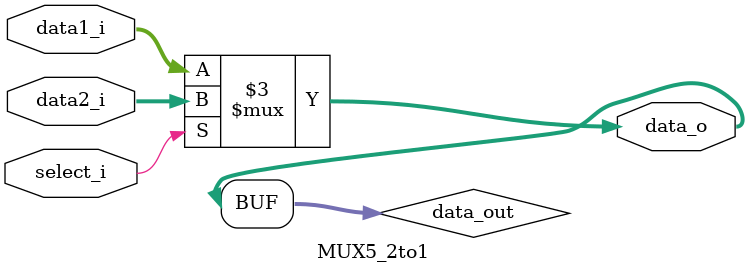
<source format=v>
module MUX5_2to1
(
	data1_i,
    data2_i,
    select_i,
    data_o
);

input	[4:0]	data1_i,data2_i;
input			select_i;
output	[4:0]	data_o;

reg		[4:0] 	data_out;

always@(*)
begin
  if(select_i)
    data_out = data2_i;
  else
    data_out = data1_i;
end

assign data_o = data_out;

endmodule
</source>
